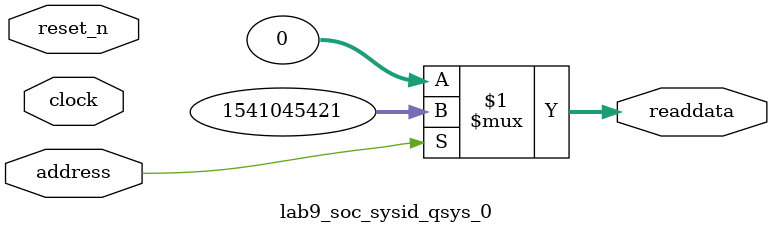
<source format=v>

`timescale 1ns / 1ps
// synthesis translate_on

// turn off superfluous verilog processor warnings 
// altera message_level Level1 
// altera message_off 10034 10035 10036 10037 10230 10240 10030 

module lab9_soc_sysid_qsys_0 (
               // inputs:
                address,
                clock,
                reset_n,

               // outputs:
                readdata
             )
;

  output  [ 31: 0] readdata;
  input            address;
  input            clock;
  input            reset_n;

  wire    [ 31: 0] readdata;
  //control_slave, which is an e_avalon_slave
  assign readdata = address ? 1541045421 : 0;

endmodule




</source>
